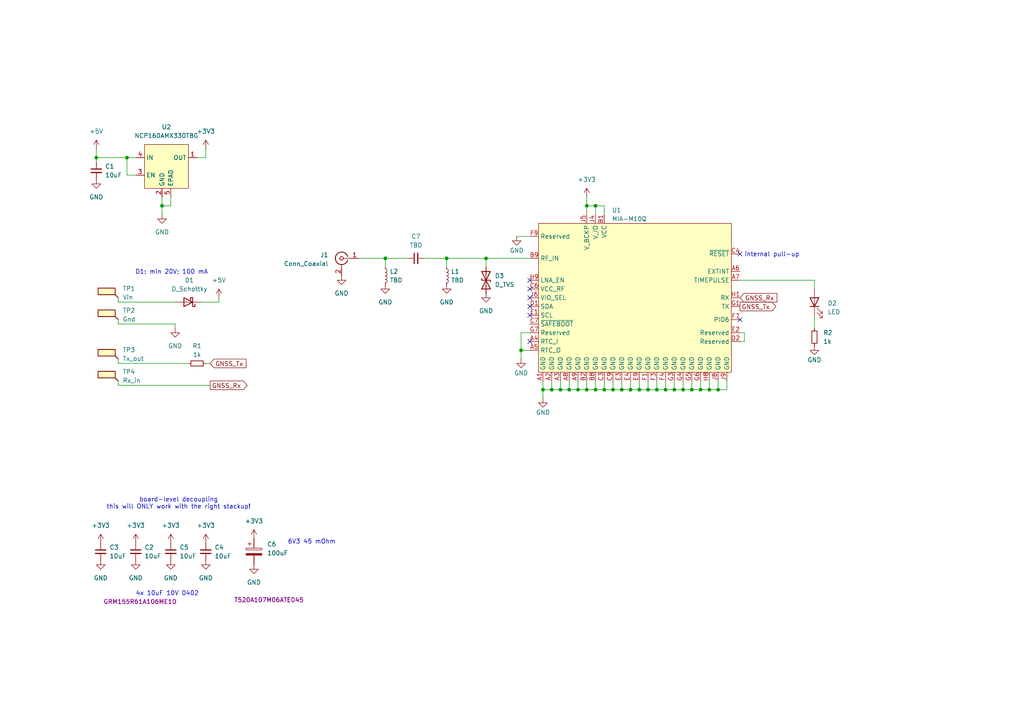
<source format=kicad_sch>
(kicad_sch (version 20231120) (generator "eeschema") (generator_version "8.0")
  (paper "A4")
  (title_block (title "Pico-M10") (date "2024-12-11") (rev "0.2 draft") (company "MakerProbe - Christoph Redecker"))
  (lib_symbols
    (symbol "Connector:Conn_Coaxial" (pin_names (offset 1.016) hide)
      (property "Reference" "J" (at 0.254 3.048 0))
      (property "Value" "Conn_Coaxial" (at 2.921 0 90))
      (symbol "Conn_Coaxial_0_1"
        (arc (start -1.778 -0.508) (mid 0.2311 -1.8066) (end 1.778 0) (stroke (width 0.254)))
        (polyline (pts (xy -2.54 0) (xy -0.508 0)))
        (polyline (pts (xy 0 -2.54) (xy 0 -1.778)))
        (circle (center 0 0) (radius 0.508) (stroke (width 0.2032)))
        (arc (start 1.778 0) (mid 0.2099 1.8101) (end -1.778 0.508) (stroke (width 0.254)))
      )
      (symbol "Conn_Coaxial_1_1"
        (pin passive line (at -5.08 0 0) (length 2.54) (name "In") (number "1"))
        (pin passive line (at 0 -5.08 90) (length 2.54) (name "Ext") (number "2"))
      )
    )
    (symbol "Connector:TestPoint_Flag" (pin_numbers hide) (pin_names (offset 0.762) hide)
      (property "Reference" "TP" (at 3.429 1.778 0))
      (property "Value" "TestPoint_Flag" (at 3.302 4.191 0))
      (symbol "TestPoint_Flag_0_1"
        (polyline (pts (xy 0 0) (xy 0.889 0.889)) (stroke (width 0.254)))
        (rectangle (start 0.889 2.794) (end 5.842 0.889) (stroke (width 0.254)) (fill (type background)))
      )
      (symbol "TestPoint_Flag_1_1"
        (pin passive line (at 0 0 90) (length 0) (name "1") (number "1"))
      )
    )
    (symbol "Device:C_Polarized" (pin_numbers hide) (pin_names (offset 0.254))
      (property "Reference" "C" (at 0.635 2.54 0))
      (property "Value" "C_Polarized" (at 0.635 -2.54 0))
      (symbol "C_Polarized_0_1"
        (rectangle (start -2.286 0.508) (end 2.286 1.016))
        (polyline (pts (xy -1.778 2.286) (xy -0.762 2.286)))
        (polyline (pts (xy -1.27 2.794) (xy -1.27 1.778)))
        (rectangle (start 2.286 -0.508) (end -2.286 -1.016) (fill (type outline)))
      )
      (symbol "C_Polarized_1_1"
        (pin passive line (at 0 3.81 270) (length 2.794) (name "~") (number "1"))
        (pin passive line (at 0 -3.81 90) (length 2.794) (name "~") (number "2"))
      )
    )
    (symbol "Device:C_Small" (pin_numbers hide) (pin_names (offset 0.254) hide)
      (property "Reference" "C" (at 0.254 1.778 0))
      (property "Value" "C_Small" (at 0.254 -2.032 0))
      (symbol "C_Small_0_1"
        (polyline (pts (xy -1.524 -0.508) (xy 1.524 -0.508)) (stroke (width 0.3302)))
        (polyline (pts (xy -1.524 0.508) (xy 1.524 0.508)) (stroke (width 0.3048)))
      )
      (symbol "C_Small_1_1"
        (pin passive line (at 0 2.54 270) (length 2.032) (name "~") (number "1"))
        (pin passive line (at 0 -2.54 90) (length 2.032) (name "~") (number "2"))
      )
    )
    (symbol "Device:D_Schottky" (pin_numbers hide) (pin_names (offset 1.016) hide)
      (property "Reference" "D" (at 0 2.54 0))
      (property "Value" "D_Schottky" (at 0 -2.54 0))
      (symbol "D_Schottky_0_1"
        (polyline (pts (xy 1.27 0) (xy -1.27 0)))
        (polyline (pts (xy 1.27 1.27) (xy 1.27 -1.27) (xy -1.27 0) (xy 1.27 1.27)) (stroke (width 0.254)))
        (polyline (pts (xy -1.905 0.635) (xy -1.905 1.27) (xy -1.27 1.27) (xy -1.27 -1.27) (xy -0.635 -1.27) (xy -0.635 -0.635)) (stroke (width 0.254)))
      )
      (symbol "D_Schottky_1_1"
        (pin passive line (at -3.81 0 0) (length 2.54) (name "K") (number "1"))
        (pin passive line (at 3.81 0 180) (length 2.54) (name "A") (number "2"))
      )
    )
    (symbol "Device:D_TVS" (pin_numbers hide) (pin_names (offset 1.016) hide)
      (property "Reference" "D" (at 0 2.54 0))
      (property "Value" "D_TVS" (at 0 -2.54 0))
      (symbol "D_TVS_0_1"
        (polyline (pts (xy 1.27 0) (xy -1.27 0)))
        (polyline (pts (xy 0.508 1.27) (xy 0 1.27) (xy 0 -1.27) (xy -0.508 -1.27)) (stroke (width 0.254)))
        (polyline (pts (xy -2.54 1.27) (xy -2.54 -1.27) (xy 2.54 1.27) (xy 2.54 -1.27) (xy -2.54 1.27)) (stroke (width 0.254)))
      )
      (symbol "D_TVS_1_1"
        (pin passive line (at -3.81 0 0) (length 2.54) (name "A1") (number "1"))
        (pin passive line (at 3.81 0 180) (length 2.54) (name "A2") (number "2"))
      )
    )
    (symbol "Device:LED" (pin_numbers hide) (pin_names (offset 1.016) hide)
      (property "Reference" "D" (at 0 2.54 0))
      (property "Value" "LED" (at 0 -2.54 0))
      (symbol "LED_0_1"
        (polyline (pts (xy -1.27 -1.27) (xy -1.27 1.27)) (stroke (width 0.254)))
        (polyline (pts (xy -1.27 0) (xy 1.27 0)))
        (polyline (pts (xy 1.27 -1.27) (xy 1.27 1.27) (xy -1.27 0) (xy 1.27 -1.27)) (stroke (width 0.254)))
        (polyline (pts (xy -3.048 -0.762) (xy -4.572 -2.286) (xy -3.81 -2.286) (xy -4.572 -2.286) (xy -4.572 -1.524)))
        (polyline (pts (xy -1.778 -0.762) (xy -3.302 -2.286) (xy -2.54 -2.286) (xy -3.302 -2.286) (xy -3.302 -1.524)))
      )
      (symbol "LED_1_1"
        (pin passive line (at -3.81 0 0) (length 2.54) (name "K") (number "1"))
        (pin passive line (at 3.81 0 180) (length 2.54) (name "A") (number "2"))
      )
    )
    (symbol "Device:L_Small" (pin_numbers hide) (pin_names (offset 0.254) hide)
      (property "Reference" "L" (at 0.762 1.016 0))
      (property "Value" "L_Small" (at 0.762 -1.016 0))
      (symbol "L_Small_0_1"
        (arc (start 0 -2.032) (mid 0.5058 -1.524) (end 0 -1.016))
        (arc (start 0 -1.016) (mid 0.5058 -0.508) (end 0 0))
        (arc (start 0 0) (mid 0.5058 0.508) (end 0 1.016))
        (arc (start 0 1.016) (mid 0.5058 1.524) (end 0 2.032))
      )
      (symbol "L_Small_1_1"
        (pin passive line (at 0 2.54 270) (length 0.508) (name "~") (number "1"))
        (pin passive line (at 0 -2.54 90) (length 0.508) (name "~") (number "2"))
      )
    )
    (symbol "Device:R_Small" (pin_numbers hide) (pin_names (offset 0.254) hide)
      (property "Reference" "R" (at 0.762 0.508 0))
      (property "Value" "R_Small" (at 0.762 -1.016 0))
      (symbol "R_Small_0_1"
        (rectangle (start -0.762 1.778) (end 0.762 -1.778) (stroke (width 0.2032)))
      )
      (symbol "R_Small_1_1"
        (pin passive line (at 0 2.54 270) (length 0.762) (name "~") (number "1"))
        (pin passive line (at 0 -2.54 90) (length 0.762) (name "~") (number "2"))
      )
    )
    (symbol "PicoM10:MIA-M10Q"
      (property "Reference" "U" (at 0 0 0))
      (symbol "MIA-M10Q_0_0"
        (pin unspecified line (at -27.94 -21.59 90) (length 2.54) (name "GND") (number "A1"))
        (pin unspecified line (at -25.4 -21.59 90) (length 2.54) (name "GND") (number "A2"))
        (pin unspecified line (at -22.86 -21.59 90) (length 2.54) (name "GND") (number "A3"))
        (pin unspecified line (at -31.75 -10.16 0) (length 2.54) (name "RTC_I") (number "A4"))
        (pin unspecified line (at -31.75 -12.7 0) (length 2.54) (name "RTC_O") (number "A5"))
        (pin unspecified line (at 29.21 10.16 180) (length 2.54) (name "EXTINT") (number "A6"))
        (pin unspecified line (at 29.21 7.62 180) (length 2.54) (name "TIMEPULSE") (number "A7"))
        (pin unspecified line (at -20.32 -21.59 90) (length 2.54) (name "GND") (number "A8"))
        (pin unspecified line (at -17.78 -21.59 90) (length 2.54) (name "GND") (number "A9"))
        (pin unspecified line (at -10.16 26.67 270) (length 2.54) (name "VCC") (number "B1"))
        (pin unspecified line (at -15.24 -21.59 90) (length 2.54) (name "GND") (number "B2"))
        (pin unspecified line (at -12.7 -21.59 90) (length 2.54) (name "GND") (number "B8"))
        (pin unspecified line (at -31.75 13.97 0) (length 2.54) (name "RF_IN") (number "B9"))
        (pin no_connect line (at 13.97 26.67 270) (length 2.54) hide (name "Reserved") (number "C1"))
        (pin unspecified line (at -10.16 -21.59 90) (length 2.54) (name "GND") (number "C3"))
        (pin unspecified line (at 29.21 15.24 180) (length 2.54) (name "~{RESET}") (number "C4"))
        (pin no_connect line (at 11.43 26.67 270) (length 2.54) hide (name "Reserved") (number "C5"))
        (pin unspecified line (at -31.75 5.08 0) (length 2.54) (name "VCC_RF") (number "C6"))
        (pin unspecified line (at -31.75 -5.08 0) (length 2.54) (name "~{SAFEBOOT}") (number "C7"))
        (pin unspecified line (at -7.62 -21.59 90) (length 2.54) (name "GND") (number "C9"))
        (pin unspecified line (at -31.75 0 0) (length 2.54) (name "SDA") (number "D1"))
        (pin unspecified line (at 29.21 -10.16 180) (length 2.54) (name "Reserved") (number "D2"))
        (pin no_connect line (at 8.89 26.67 270) (length 2.54) hide (name "Reserved") (number "D9"))
        (pin unspecified line (at -31.75 -2.54 0) (length 2.54) (name "SCL") (number "E1"))
        (pin unspecified line (at 29.21 -7.62 180) (length 2.54) (name "Reserved") (number "E2"))
        (pin unspecified line (at -5.08 -21.59 90) (length 2.54) (name "GND") (number "E3"))
        (pin unspecified line (at -2.54 -21.59 90) (length 2.54) (name "GND") (number "E4"))
        (pin no_connect line (at 6.35 26.67 270) (length 2.54) hide (name "Reserved") (number "E7"))
        (pin unspecified line (at 0 -21.59 90) (length 2.54) (name "GND") (number "E9"))
        (pin unspecified line (at 2.54 -21.59 90) (length 2.54) (name "GND") (number "F1"))
        (pin unspecified line (at 5.08 -21.59 90) (length 2.54) (name "GND") (number "F3"))
        (pin unspecified line (at 7.62 -21.59 90) (length 2.54) (name "GND") (number "F4"))
        (pin unspecified line (at 29.21 -3.81 180) (length 2.54) (name "PIO6") (number "F7"))
        (pin unspecified line (at -31.75 20.32 0) (length 2.54) (name "Reserved") (number "F9"))
        (pin unspecified line (at 29.21 0 180) (length 2.54) (name "TX") (number "G1"))
        (pin unspecified line (at 10.16 -21.59 90) (length 2.54) (name "GND") (number "G3"))
        (pin unspecified line (at 12.7 -21.59 90) (length 2.54) (name "GND") (number "G4"))
        (pin unspecified line (at 15.24 -21.59 90) (length 2.54) (name "GND") (number "G5"))
        (pin unspecified line (at 17.78 -21.59 90) (length 2.54) (name "GND") (number "G6"))
        (pin unspecified line (at -31.75 -7.62 0) (length 2.54) (name "Reserved") (number "G7"))
        (pin no_connect line (at 3.81 26.67 270) (length 2.54) hide (name "Reserved") (number "G9"))
        (pin unspecified line (at 29.21 2.54 180) (length 2.54) (name "RX") (number "H1"))
        (pin unspecified line (at 20.32 -21.59 90) (length 2.54) (name "GND") (number "H8"))
        (pin unspecified line (at -31.75 7.62 0) (length 2.54) (name "LNA_EN") (number "H9"))
        (pin no_connect line (at 1.27 26.67 270) (length 2.54) hide (name "Reserved") (number "J1"))
        (pin no_connect line (at -1.27 26.67 270) (length 2.54) hide (name "Reserved") (number "J2"))
        (pin no_connect line (at -3.81 26.67 270) (length 2.54) hide (name "Reserved") (number "J3"))
        (pin unspecified line (at -12.7 26.67 270) (length 2.54) (name "V_IO") (number "J4"))
        (pin unspecified line (at -15.24 26.67 270) (length 2.54) (name "V_BCKP") (number "J5"))
        (pin unspecified line (at -31.75 2.54 0) (length 2.54) (name "VIO_SEL") (number "J6"))
        (pin no_connect line (at -6.35 26.67 270) (length 2.54) hide (name "Reserved") (number "J7"))
        (pin unspecified line (at 22.86 -21.59 90) (length 2.54) (name "GND") (number "J8"))
        (pin unspecified line (at 25.4 -21.59 90) (length 2.54) (name "GND") (number "J9"))
      )
      (symbol "MIA-M10Q_0_1"
        (rectangle (start -29.21 24.13) (end 26.67 -19.05) (fill (type background)))
      )
    )
    (symbol "PicoM10:NCP160xMX"
      (property "Reference" "U" (at 0 5.08 0))
      (property "Value" "NCP160xMX" (at 0 0 0))
      (symbol "NCP160xMX_0_1"
        (rectangle (start -6.35 6.35) (end 6.35 -6.35) (stroke (width 0.1524)) (fill (type background)))
      )
      (symbol "NCP160xMX_1_1"
        (pin power_out line (at 8.89 2.54 180) (length 2.54) (name "OUT") (number "1"))
        (pin power_in line (at -1.27 -8.89 90) (length 2.54) (name "GND") (number "2"))
        (pin passive line (at -8.89 -2.54 0) (length 2.54) (name "EN") (number "3"))
        (pin power_in line (at -8.89 2.54 0) (length 2.54) (name "IN") (number "4"))
        (pin power_in line (at 1.27 -8.89 90) (length 2.54) (name "EPAD") (number "5"))
      )
    )
    (symbol "power:+3V3" (power) (pin_numbers hide) (pin_names (offset 0) hide)
      (property "Value" "+3V3" (at 0 3.556 0))
      (symbol "+3V3_0_1"
        (polyline (pts (xy -0.762 1.27) (xy 0 2.54)))
        (polyline (pts (xy 0 0) (xy 0 2.54)))
        (polyline (pts (xy 0 2.54) (xy 0.762 1.27)))
      )
      (symbol "+3V3_1_1"
        (pin power_in line (at 0 0 90) (length 0) (name "~") (number "1"))
      )
    )
    (symbol "power:+5V" (power) (pin_numbers hide) (pin_names (offset 0) hide)
      (property "Value" "+5V" (at 0 3.556 0))
      (symbol "+5V_0_1"
        (polyline (pts (xy -0.762 1.27) (xy 0 2.54)))
        (polyline (pts (xy 0 0) (xy 0 2.54)))
        (polyline (pts (xy 0 2.54) (xy 0.762 1.27)))
      )
      (symbol "+5V_1_1"
        (pin power_in line (at 0 0 90) (length 0) (name "~") (number "1"))
      )
    )
    (symbol "power:GND" (power) (pin_numbers hide) (pin_names (offset 0) hide)
      (property "Value" "GND" (at 0 -3.81 0))
      (symbol "GND_0_1"
        (polyline (pts (xy 0 0) (xy 0 -1.27) (xy 1.27 -1.27) (xy 0 -2.54) (xy -1.27 -1.27) (xy 0 -1.27)))
      )
      (symbol "GND_1_1"
        (pin power_in line (at 0 0 270) (length 0) (name "~") (number "1"))
      )
    )
  )
  (junction (at 187.96 113.03))
  (junction (at 160.02 113.03))
  (junction (at 182.88 113.03))
  (junction (at 36.83 45.72))
  (junction (at 208.28 113.03))
  (junction (at 200.66 113.03))
  (junction (at 111.76 74.93))
  (junction (at 205.74 113.03))
  (junction (at 27.94 45.72))
  (junction (at 162.56 113.03))
  (junction (at 167.64 113.03))
  (junction (at 165.1 113.03))
  (junction (at 180.34 113.03))
  (junction (at 175.26 113.03))
  (junction (at 198.12 113.03))
  (junction (at 157.48 113.03))
  (junction (at 129.54 74.93))
  (junction (at 140.97 74.93))
  (junction (at 193.04 113.03))
  (junction (at 172.72 59.69))
  (junction (at 170.18 59.69))
  (junction (at 177.8 113.03))
  (junction (at 172.72 113.03))
  (junction (at 185.42 113.03))
  (junction (at 190.5 113.03))
  (junction (at 203.2 113.03))
  (junction (at 170.18 113.03))
  (junction (at 151.13 101.6))
  (junction (at 46.99 59.69))
  (junction (at 195.58 113.03))
  (no_connect (at 153.67 99.06))
  (no_connect (at 153.67 91.44))
  (no_connect (at 153.67 83.82))
  (no_connect (at 153.67 88.9))
  (no_connect (at 153.67 81.28))
  (no_connect (at 214.63 92.71))
  (no_connect (at 153.67 86.36))
  (no_connect (at 214.63 73.66))
  (wire (pts (xy 34.29 104.14) (xy 34.29 105.41)))
  (wire (pts (xy 27.94 46.99) (xy 27.94 45.72)))
  (wire (pts (xy 153.67 68.58) (xy 149.86 68.58)))
  (wire (pts (xy 208.28 110.49) (xy 208.28 113.03)))
  (wire (pts (xy 34.29 111.76) (xy 60.96 111.76)))
  (wire (pts (xy 129.54 74.93) (xy 129.54 77.47)))
  (wire (pts (xy 153.67 101.6) (xy 151.13 101.6)))
  (wire (pts (xy 172.72 62.23) (xy 172.72 59.69)))
  (wire (pts (xy 170.18 59.69) (xy 170.18 62.23)))
  (wire (pts (xy 151.13 96.52) (xy 151.13 101.6)))
  (wire (pts (xy 39.37 50.8) (xy 36.83 50.8)))
  (wire (pts (xy 170.18 59.69) (xy 172.72 59.69)))
  (wire (pts (xy 34.29 86.36) (xy 34.29 87.63)))
  (wire (pts (xy 36.83 50.8) (xy 36.83 45.72)))
  (wire (pts (xy 198.12 113.03) (xy 200.66 113.03)))
  (wire (pts (xy 151.13 101.6) (xy 151.13 104.14)))
  (wire (pts (xy 193.04 110.49) (xy 193.04 113.03)))
  (wire (pts (xy 172.72 110.49) (xy 172.72 113.03)))
  (wire (pts (xy 177.8 113.03) (xy 180.34 113.03)))
  (wire (pts (xy 165.1 113.03) (xy 167.64 113.03)))
  (wire (pts (xy 49.53 59.69) (xy 46.99 59.69)))
  (wire (pts (xy 187.96 110.49) (xy 187.96 113.03)))
  (wire (pts (xy 195.58 113.03) (xy 198.12 113.03)))
  (wire (pts (xy 214.63 96.52) (xy 215.9 96.52)))
  (wire (pts (xy 200.66 113.03) (xy 203.2 113.03)))
  (wire (pts (xy 165.1 110.49) (xy 165.1 113.03)))
  (wire (pts (xy 160.02 110.49) (xy 160.02 113.03)))
  (wire (pts (xy 58.42 87.63) (xy 63.5 87.63)))
  (wire (pts (xy 111.76 74.93) (xy 111.76 77.47)))
  (wire (pts (xy 182.88 113.03) (xy 185.42 113.03)))
  (wire (pts (xy 215.9 96.52) (xy 215.9 99.06)))
  (wire (pts (xy 36.83 45.72) (xy 39.37 45.72)))
  (wire (pts (xy 153.67 96.52) (xy 151.13 96.52)))
  (wire (pts (xy 160.02 113.03) (xy 162.56 113.03)))
  (wire (pts (xy 140.97 74.93) (xy 153.67 74.93)))
  (wire (pts (xy 111.76 74.93) (xy 118.11 74.93)))
  (wire (pts (xy 172.72 59.69) (xy 175.26 59.69)))
  (wire (pts (xy 27.94 45.72) (xy 36.83 45.72)))
  (wire (pts (xy 214.63 99.06) (xy 215.9 99.06)))
  (wire (pts (xy 104.14 74.93) (xy 111.76 74.93)))
  (wire (pts (xy 193.04 113.03) (xy 195.58 113.03)))
  (wire (pts (xy 185.42 113.03) (xy 187.96 113.03)))
  (wire (pts (xy 167.64 113.03) (xy 170.18 113.03)))
  (wire (pts (xy 175.26 62.23) (xy 175.26 59.69)))
  (wire (pts (xy 167.64 110.49) (xy 167.64 113.03)))
  (wire (pts (xy 34.29 92.71) (xy 34.29 93.98)))
  (wire (pts (xy 59.69 105.41) (xy 60.96 105.41)))
  (wire (pts (xy 200.66 110.49) (xy 200.66 113.03)))
  (wire (pts (xy 172.72 113.03) (xy 175.26 113.03)))
  (wire (pts (xy 34.29 105.41) (xy 54.61 105.41)))
  (wire (pts (xy 190.5 110.49) (xy 190.5 113.03)))
  (wire (pts (xy 208.28 113.03) (xy 210.82 113.03)))
  (wire (pts (xy 157.48 110.49) (xy 157.48 113.03)))
  (wire (pts (xy 198.12 110.49) (xy 198.12 113.03)))
  (wire (pts (xy 34.29 87.63) (xy 50.8 87.63)))
  (wire (pts (xy 180.34 113.03) (xy 182.88 113.03)))
  (wire (pts (xy 170.18 110.49) (xy 170.18 113.03)))
  (wire (pts (xy 59.69 43.18) (xy 59.69 45.72)))
  (wire (pts (xy 162.56 113.03) (xy 165.1 113.03)))
  (wire (pts (xy 180.34 110.49) (xy 180.34 113.03)))
  (wire (pts (xy 46.99 57.15) (xy 46.99 59.69)))
  (wire (pts (xy 49.53 57.15) (xy 49.53 59.69)))
  (wire (pts (xy 123.19 74.93) (xy 129.54 74.93)))
  (wire (pts (xy 46.99 59.69) (xy 46.99 62.23)))
  (wire (pts (xy 63.5 86.36) (xy 63.5 87.63)))
  (wire (pts (xy 203.2 113.03) (xy 205.74 113.03)))
  (wire (pts (xy 170.18 113.03) (xy 172.72 113.03)))
  (wire (pts (xy 182.88 110.49) (xy 182.88 113.03)))
  (wire (pts (xy 157.48 113.03) (xy 160.02 113.03)))
  (wire (pts (xy 129.54 74.93) (xy 140.97 74.93)))
  (wire (pts (xy 170.18 57.15) (xy 170.18 59.69)))
  (wire (pts (xy 214.63 81.28) (xy 236.22 81.28)))
  (wire (pts (xy 157.48 113.03) (xy 157.48 115.57)))
  (wire (pts (xy 203.2 110.49) (xy 203.2 113.03)))
  (wire (pts (xy 195.58 110.49) (xy 195.58 113.03)))
  (wire (pts (xy 205.74 113.03) (xy 208.28 113.03)))
  (wire (pts (xy 175.26 113.03) (xy 177.8 113.03)))
  (wire (pts (xy 210.82 110.49) (xy 210.82 113.03)))
  (wire (pts (xy 205.74 110.49) (xy 205.74 113.03)))
  (wire (pts (xy 34.29 110.49) (xy 34.29 111.76)))
  (wire (pts (xy 236.22 81.28) (xy 236.22 83.82)))
  (wire (pts (xy 177.8 110.49) (xy 177.8 113.03)))
  (wire (pts (xy 190.5 113.03) (xy 193.04 113.03)))
  (wire (pts (xy 140.97 74.93) (xy 140.97 77.47)))
  (wire (pts (xy 236.22 91.44) (xy 236.22 95.25)))
  (wire (pts (xy 27.94 43.18) (xy 27.94 45.72)))
  (wire (pts (xy 162.56 110.49) (xy 162.56 113.03)))
  (wire (pts (xy 50.8 93.98) (xy 50.8 95.25)))
  (wire (pts (xy 175.26 110.49) (xy 175.26 113.03)))
  (wire (pts (xy 185.42 110.49) (xy 185.42 113.03)))
  (wire (pts (xy 187.96 113.03) (xy 190.5 113.03)))
  (wire (pts (xy 34.29 93.98) (xy 50.8 93.98)))
  (wire (pts (xy 57.15 45.72) (xy 59.69 45.72)))
  (text "D1: min 20V; 100 mA" (at 49.784 78.994 0) (effects (font (size 1.27 1.27))))
  (text "4x 10uF 10V 0402" (at 48.514 172.212 0) (effects (font (size 1.27 1.27))))
  (text "board-level decoupling\nthis will ONLY work with the right stackup!" (at 51.816 146.05 0) (effects (font (size 1.27 1.27))))
  (text "internal pull-up" (at 215.9 73.914 0) (effects (font (size 1.27 1.27)) (justify left)))
  (text "6V3 45 mOhm" (at 90.424 157.226 0) (effects (font (size 1.27 1.27))))
  (global_label "GNSS_Rx" (shape output) (at 60.96 111.76 0) (property "Intersheetrefs" "${INTERSHEET_REFS}" (effects (hide yes))))
  (global_label "GNSS_Rx" (shape input) (at 214.63 86.36 0) (property "Intersheetrefs" "${INTERSHEET_REFS}" (effects (hide yes))))
  (global_label "GNSS_Tx" (shape input) (at 60.96 105.41 0) (property "Intersheetrefs" "${INTERSHEET_REFS}" (effects (hide yes))))
  (global_label "GNSS_Tx" (shape output) (at 214.63 88.9 0) (property "Intersheetrefs" "${INTERSHEET_REFS}" (effects (hide yes))))
  (symbol (lib_id "power:GND") (at 149.86 68.58 0) (unit 1)
    (property "Reference" "#PWR01" (effects (hide yes)))
    (property "Value" "GND" (at 149.86 72.644 0))
    (property "Description" "Power symbol creates a global label with name \"GND\" , ground" (effects (hide yes)))
  )
  (symbol (lib_id "Device:C_Small") (at 120.65 74.93 90) (unit 1)
    (property "Reference" "C7" (at 120.6563 68.58 90))
    (property "Value" "TBD" (at 120.6563 71.12 90))
    (property "Footprint" "PicoM10:C_0201_0603Metric_mod" (effects (hide yes)))
    (property "Description" "Unpolarized capacitor, small symbol" (effects (hide yes)))
  )
  (symbol (lib_id "Device:C_Small") (at 39.37 160.02 0) (unit 1)
    (property "Reference" "C2" (at 41.91 158.7562 0) (effects (justify left)))
    (property "Value" "10uF" (at 41.91 161.2962 0) (effects (justify left)))
    (property "Footprint" "Capacitor_SMD:C_0402_1005Metric" (effects (hide yes)))
    (property "Description" "Unpolarized capacitor, small symbol" (effects (hide yes)))
    (property "MPN" "GRM155R61A106ME1D" (effects (hide yes)))
  )
  (symbol (lib_id "power:+3V3") (at 73.66 156.21 0) (unit 1)
    (property "Reference" "#PWR014" (effects (hide yes)))
    (property "Value" "+3V3" (at 73.66 151.13 0))
    (property "Description" "Power symbol creates a global label with name \"+3V3\"" (effects (hide yes)))
  )
  (symbol (lib_id "power:GND") (at 50.8 95.25 0) (unit 1)
    (property "Reference" "#PWR05" (effects (hide yes)))
    (property "Value" "GND" (at 50.8 100.33 0))
    (property "Description" "Power symbol creates a global label with name \"GND\" , ground" (effects (hide yes)))
  )
  (symbol (lib_id "Device:LED") (at 236.22 87.63 90) (unit 1)
    (property "Reference" "D2" (at 240.03 87.9474 90) (effects (justify right)))
    (property "Value" "LED" (at 240.03 90.4874 90) (effects (justify right)))
    (property "Footprint" "PicoM10:LED_0201_0603Metric_mod" (effects (hide yes)))
    (property "Description" "Light emitting diode" (effects (hide yes)))
  )
  (symbol (lib_id "Connector:Conn_Coaxial") (at 99.06 74.93 0) (mirror y) (unit 1)
    (property "Reference" "J1" (at 95.25 73.9531 0) (effects (justify left)))
    (property "Value" "Conn_Coaxial" (at 95.25 76.4931 0) (effects (justify left)))
    (property "Footprint" "Connector_Coaxial:U.FL_Molex_MCRF_73412-0110_Vertical" (effects (hide yes)))
    (property "Description" "coaxial connector (BNC, SMA, SMB, SMC, Cinch/RCA, LEMO, ...)" (effects (hide yes)))
    (property "MPN" "CONMHF1-SMD-G-T" (effects (hide yes)))
  )
  (symbol (lib_id "PicoM10:MIA-M10Q") (at 185.42 88.9 0) (unit 1)
    (property "Reference" "U1" (at 177.4541 60.96 0) (effects (justify left)))
    (property "Value" "MIA-M10Q" (at 177.4541 63.5 0) (effects (justify left)))
    (property "Footprint" "PicoM10:SLGA-53_MIA-M10Q" (effects (hide yes)))
    (property "MPN" "MIA-M10Q" (effects (hide yes)))
  )
  (symbol (lib_id "Connector:TestPoint_Flag") (at 34.29 110.49 0) (mirror y) (unit 1)
    (property "Reference" "TP4" (at 35.56 107.8229 0) (effects (justify right)))
    (property "Value" "Rx_in" (at 35.56 110.3629 0) (effects (justify right)))
    (property "Footprint" "PicoM10:solderpad_castellated_2x2mm" (effects (hide yes)))
    (property "Description" "test point (alternative flag-style design)" (effects (hide yes)))
  )
  (symbol (lib_id "Device:C_Small") (at 29.21 160.02 0) (unit 1)
    (property "Reference" "C3" (at 31.75 158.7562 0) (effects (justify left)))
    (property "Value" "10uF" (at 31.75 161.2962 0) (effects (justify left)))
    (property "Footprint" "Capacitor_SMD:C_0402_1005Metric" (effects (hide yes)))
    (property "Description" "Unpolarized capacitor, small symbol" (effects (hide yes)))
    (property "MPN" "GRM155R61A106ME1D" (at 40.64 174.498 0))
  )
  (symbol (lib_id "power:+3V3") (at 59.69 43.18 0) (unit 1)
    (property "Reference" "#PWR011" (effects (hide yes)))
    (property "Value" "+3V3" (at 59.69 38.1 0))
    (property "Description" "Power symbol creates a global label with name \"+3V3\"" (effects (hide yes)))
  )
  (symbol (lib_id "power:+5V") (at 27.94 43.18 0) (unit 1)
    (property "Reference" "#PWR012" (effects (hide yes)))
    (property "Value" "+5V" (at 27.94 38.1 0))
    (property "Description" "Power symbol creates a global label with name \"+5V\"" (effects (hide yes)))
  )
  (symbol (lib_id "Device:C_Polarized") (at 73.66 160.02 0) (unit 1)
    (property "Reference" "C6" (at 77.47 157.8609 0) (effects (justify left)))
    (property "Value" "100uF" (at 77.47 160.4009 0) (effects (justify left)))
    (property "Footprint" "Capacitor_Tantalum_SMD:CP_EIA-3216-10_Kemet-I" (effects (hide yes)))
    (property "Description" "Polarized capacitor" (effects (hide yes)))
    (property "MPN" "T520A107M06ATE045 " (at 78.486 173.99 0))
  )
  (symbol (lib_id "power:GND") (at 29.21 162.56 0) (unit 1)
    (property "Reference" "#PWR09" (effects (hide yes)))
    (property "Value" "GND" (at 29.21 167.64 0))
    (property "Description" "Power symbol creates a global label with name \"GND\" , ground" (effects (hide yes)))
  )
  (symbol (lib_id "Device:L_Small") (at 129.54 80.01 0) (unit 1)
    (property "Reference" "L1" (at 130.81 78.7399 0) (effects (justify left)))
    (property "Value" "TBD" (at 130.81 81.2799 0) (effects (justify left)))
    (property "Footprint" "PicoM10:C_0201_0603Metric_mod" (effects (hide yes)))
    (property "Description" "Inductor, small symbol" (effects (hide yes)))
  )
  (symbol (lib_id "Connector:TestPoint_Flag") (at 34.29 92.71 0) (mirror y) (unit 1)
    (property "Reference" "TP2" (at 35.56 90.0429 0) (effects (justify right)))
    (property "Value" "Gnd" (at 35.56 92.5829 0) (effects (justify right)))
    (property "Footprint" "PicoM10:solderpad_castellated_2x2mm" (effects (hide yes)))
    (property "Description" "test point (alternative flag-style design)" (effects (hide yes)))
  )
  (symbol (lib_id "power:GND") (at 157.48 115.57 0) (unit 1)
    (property "Reference" "#PWR010" (effects (hide yes)))
    (property "Value" "GND" (at 157.48 119.634 0))
    (property "Description" "Power symbol creates a global label with name \"GND\" , ground" (effects (hide yes)))
  )
  (symbol (lib_id "power:GND") (at 59.69 162.56 0) (unit 1)
    (property "Reference" "#PWR022" (effects (hide yes)))
    (property "Value" "GND" (at 59.69 167.64 0))
    (property "Description" "Power symbol creates a global label with name \"GND\" , ground" (effects (hide yes)))
  )
  (symbol (lib_id "power:GND") (at 111.76 82.55 0) (mirror y) (unit 1)
    (property "Reference" "#PWR024" (effects (hide yes)))
    (property "Value" "GND" (at 111.76 87.63 0))
    (property "Description" "Power symbol creates a global label with name \"GND\" , ground" (effects (hide yes)))
  )
  (symbol (lib_id "power:+3V3") (at 39.37 157.48 0) (unit 1)
    (property "Reference" "#PWR017" (effects (hide yes)))
    (property "Value" "+3V3" (at 39.37 152.4 0))
    (property "Description" "Power symbol creates a global label with name \"+3V3\"" (effects (hide yes)))
  )
  (symbol (lib_id "power:GND") (at 236.22 100.33 0) (unit 1)
    (property "Reference" "#PWR013" (effects (hide yes)))
    (property "Value" "GND" (at 236.22 104.394 0))
    (property "Description" "Power symbol creates a global label with name \"GND\" , ground" (effects (hide yes)))
  )
  (symbol (lib_id "power:GND") (at 73.66 163.83 0) (unit 1)
    (property "Reference" "#PWR015" (effects (hide yes)))
    (property "Value" "GND" (at 73.66 168.91 0))
    (property "Description" "Power symbol creates a global label with name \"GND\" , ground" (effects (hide yes)))
  )
  (symbol (lib_id "power:GND") (at 151.13 104.14 0) (unit 1)
    (property "Reference" "#PWR08" (effects (hide yes)))
    (property "Value" "GND" (at 151.13 108.204 0))
    (property "Description" "Power symbol creates a global label with name \"GND\" , ground" (effects (hide yes)))
  )
  (symbol (lib_id "PicoM10:NCP160xMX") (at 48.26 48.26 0) (unit 1)
    (property "Reference" "U2" (at 48.26 36.83 0))
    (property "Value" "NCP160AMX330TBG" (at 48.26 39.37 0))
    (property "Footprint" "Package_DFN_QFN:UDFN-4-1EP_1x1mm_P0.65mm_EP0.48x0.48mm" (effects (hide yes)))
    (property "MPN" "NCP160AMX330TBG" (effects (hide yes)))
  )
  (symbol (lib_id "power:GND") (at 46.99 62.23 0) (unit 1)
    (property "Reference" "#PWR07" (effects (hide yes)))
    (property "Value" "GND" (at 46.99 67.31 0))
    (property "Description" "Power symbol creates a global label with name \"GND\" , ground" (effects (hide yes)))
  )
  (symbol (lib_id "Device:C_Small") (at 27.94 49.53 0) (unit 1)
    (property "Reference" "C1" (at 30.48 48.2662 0) (effects (justify left)))
    (property "Value" "10uF" (at 30.48 50.8062 0) (effects (justify left)))
    (property "Footprint" "Capacitor_SMD:C_0402_1005Metric" (effects (hide yes)))
    (property "Description" "Unpolarized capacitor, small symbol" (effects (hide yes)))
    (property "MPN" "GRM155R61A106ME1D" (effects (hide yes)))
  )
  (symbol (lib_id "power:GND") (at 99.06 80.01 0) (mirror y) (unit 1)
    (property "Reference" "#PWR04" (effects (hide yes)))
    (property "Value" "GND" (at 99.06 85.09 0))
    (property "Description" "Power symbol creates a global label with name \"GND\" , ground" (effects (hide yes)))
  )
  (symbol (lib_id "power:+5V") (at 63.5 86.36 0) (unit 1)
    (property "Reference" "#PWR06" (effects (hide yes)))
    (property "Value" "+5V" (at 63.5 81.28 0))
    (property "Description" "Power symbol creates a global label with name \"+5V\"" (effects (hide yes)))
  )
  (symbol (lib_id "Connector:TestPoint_Flag") (at 34.29 104.14 0) (mirror y) (unit 1)
    (property "Reference" "TP3" (at 35.56 101.4729 0) (effects (justify right)))
    (property "Value" "Tx_out" (at 35.56 104.0129 0) (effects (justify right)))
    (property "Footprint" "PicoM10:solderpad_castellated_2x2mm" (effects (hide yes)))
    (property "Description" "test point (alternative flag-style design)" (effects (hide yes)))
  )
  (symbol (lib_id "power:+3V3") (at 49.53 157.48 0) (unit 1)
    (property "Reference" "#PWR019" (effects (hide yes)))
    (property "Value" "+3V3" (at 49.53 152.4 0))
    (property "Description" "Power symbol creates a global label with name \"+3V3\"" (effects (hide yes)))
  )
  (symbol (lib_id "power:+3V3") (at 29.21 157.48 0) (unit 1)
    (property "Reference" "#PWR016" (effects (hide yes)))
    (property "Value" "+3V3" (at 29.21 152.4 0))
    (property "Description" "Power symbol creates a global label with name \"+3V3\"" (effects (hide yes)))
  )
  (symbol (lib_id "Device:D_TVS") (at 140.97 81.28 90) (unit 1)
    (property "Reference" "D3" (at 143.51 80.0099 90) (effects (justify right)))
    (property "Value" "D_TVS" (at 143.51 82.5499 90) (effects (justify right)))
    (property "Footprint" "Diode_SMD:Nexperia_DSN0603-2_0.6x0.3mm_P0.4mm" (effects (hide yes)))
    (property "Description" "Bidirectional transient-voltage-suppression diode" (effects (hide yes)))
  )
  (symbol (lib_id "Connector:TestPoint_Flag") (at 34.29 86.36 0) (mirror y) (unit 1)
    (property "Reference" "TP1" (at 35.56 83.6929 0) (effects (justify right)))
    (property "Value" "Vin" (at 35.56 86.2329 0) (effects (justify right)))
    (property "Footprint" "PicoM10:solderpad_castellated_2x2mm" (effects (hide yes)))
    (property "Description" "test point (alternative flag-style design)" (effects (hide yes)))
  )
  (symbol (lib_id "power:GND") (at 49.53 162.56 0) (unit 1)
    (property "Reference" "#PWR020" (effects (hide yes)))
    (property "Value" "GND" (at 49.53 167.64 0))
    (property "Description" "Power symbol creates a global label with name \"GND\" , ground" (effects (hide yes)))
  )
  (symbol (lib_id "power:+3V3") (at 59.69 157.48 0) (unit 1)
    (property "Reference" "#PWR021" (effects (hide yes)))
    (property "Value" "+3V3" (at 59.69 152.4 0))
    (property "Description" "Power symbol creates a global label with name \"+3V3\"" (effects (hide yes)))
  )
  (symbol (lib_id "power:GND") (at 39.37 162.56 0) (unit 1)
    (property "Reference" "#PWR018" (effects (hide yes)))
    (property "Value" "GND" (at 39.37 167.64 0))
    (property "Description" "Power symbol creates a global label with name \"GND\" , ground" (effects (hide yes)))
  )
  (symbol (lib_id "Device:C_Small") (at 49.53 160.02 0) (unit 1)
    (property "Reference" "C5" (at 52.07 158.7562 0) (effects (justify left)))
    (property "Value" "10uF" (at 52.07 161.2962 0) (effects (justify left)))
    (property "Footprint" "Capacitor_SMD:C_0402_1005Metric" (effects (hide yes)))
    (property "Description" "Unpolarized capacitor, small symbol" (effects (hide yes)))
    (property "MPN" "GRM155R61A106ME1D" (effects (hide yes)))
  )
  (symbol (lib_id "Device:C_Small") (at 59.69 160.02 0) (unit 1)
    (property "Reference" "C4" (at 62.23 158.7562 0) (effects (justify left)))
    (property "Value" "10uF" (at 62.23 161.2962 0) (effects (justify left)))
    (property "Footprint" "Capacitor_SMD:C_0402_1005Metric" (effects (hide yes)))
    (property "Description" "Unpolarized capacitor, small symbol" (effects (hide yes)))
    (property "MPN" "GRM155R61A106ME1D" (effects (hide yes)))
  )
  (symbol (lib_id "power:+3V3") (at 170.18 57.15 0) (unit 1)
    (property "Reference" "#PWR02" (effects (hide yes)))
    (property "Value" "+3V3" (at 170.18 52.07 0))
    (property "Description" "Power symbol creates a global label with name \"+3V3\"" (effects (hide yes)))
  )
  (symbol (lib_id "Device:L_Small") (at 111.76 80.01 0) (unit 1)
    (property "Reference" "L2" (at 113.03 78.7399 0) (effects (justify left)))
    (property "Value" "TBD" (at 113.03 81.2799 0) (effects (justify left)))
    (property "Footprint" "PicoM10:C_0201_0603Metric_mod" (effects (hide yes)))
    (property "Description" "Inductor, small symbol" (effects (hide yes)))
  )
  (symbol (lib_id "Device:R_Small") (at 57.15 105.41 90) (unit 1)
    (property "Reference" "R1" (at 57.15 100.33 90))
    (property "Value" "1k" (at 57.15 102.87 90))
    (property "Footprint" "PicoM10:R_0201_0603Metric_mod" (effects (hide yes)))
    (property "Description" "Resistor, small symbol" (effects (hide yes)))
  )
  (symbol (lib_id "power:GND") (at 129.54 82.55 0) (mirror y) (unit 1)
    (property "Reference" "#PWR023" (effects (hide yes)))
    (property "Value" "GND" (at 129.54 87.63 0))
    (property "Description" "Power symbol creates a global label with name \"GND\" , ground" (effects (hide yes)))
  )
  (symbol (lib_id "Device:R_Small") (at 236.22 97.79 180) (unit 1)
    (property "Reference" "R2" (at 238.76 96.5199 0) (effects (justify right)))
    (property "Value" "1k" (at 238.76 99.0599 0) (effects (justify right)))
    (property "Footprint" "PicoM10:R_0201_0603Metric_mod" (effects (hide yes)))
    (property "Description" "Resistor, small symbol" (effects (hide yes)))
  )
  (symbol (lib_id "Device:D_Schottky") (at 54.61 87.63 180) (unit 1)
    (property "Reference" "D1" (at 54.9275 81.28 0))
    (property "Value" "D_Schottky" (at 54.9275 83.82 0))
    (property "Footprint" "Diode_SMD:D_SOD-923" (effects (hide yes)))
    (property "Description" "Schottky diode" (effects (hide yes)))
  )
  (symbol (lib_id "power:GND") (at 140.97 85.09 0) (mirror y) (unit 1)
    (property "Reference" "#PWR025" (effects (hide yes)))
    (property "Value" "GND" (at 140.97 90.17 0))
    (property "Description" "Power symbol creates a global label with name \"GND\" , ground" (effects (hide yes)))
  )
  (symbol (lib_id "power:GND") (at 27.94 52.07 0) (unit 1)
    (property "Reference" "#PWR03" (effects (hide yes)))
    (property "Value" "GND" (at 27.94 57.15 0))
    (property "Description" "Power symbol creates a global label with name \"GND\" , ground" (effects (hide yes)))
  )
)
</source>
